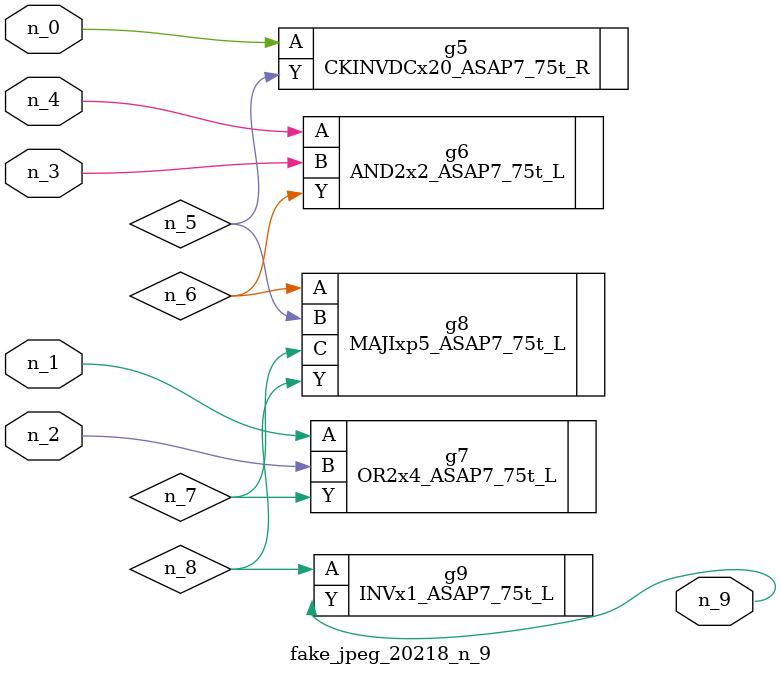
<source format=v>
module fake_jpeg_20218_n_9 (n_3, n_2, n_1, n_0, n_4, n_9);

input n_3;
input n_2;
input n_1;
input n_0;
input n_4;

output n_9;

wire n_8;
wire n_6;
wire n_5;
wire n_7;

CKINVDCx20_ASAP7_75t_R g5 ( 
.A(n_0),
.Y(n_5)
);

AND2x2_ASAP7_75t_L g6 ( 
.A(n_4),
.B(n_3),
.Y(n_6)
);

OR2x4_ASAP7_75t_L g7 ( 
.A(n_1),
.B(n_2),
.Y(n_7)
);

MAJIxp5_ASAP7_75t_L g8 ( 
.A(n_6),
.B(n_5),
.C(n_7),
.Y(n_8)
);

INVx1_ASAP7_75t_L g9 ( 
.A(n_8),
.Y(n_9)
);


endmodule
</source>
